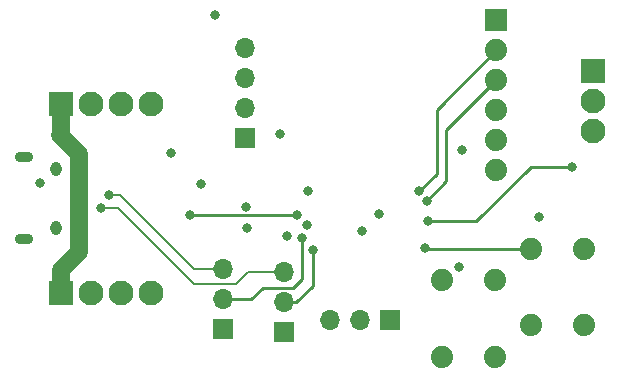
<source format=gbr>
%TF.GenerationSoftware,KiCad,Pcbnew,6.0.11-2627ca5db0~126~ubuntu22.04.1*%
%TF.CreationDate,2023-03-06T03:58:19-05:00*%
%TF.ProjectId,canbus-ds1820,63616e62-7573-42d6-9473-313832302e6b,1.0*%
%TF.SameCoordinates,Original*%
%TF.FileFunction,Copper,L2,Inr*%
%TF.FilePolarity,Positive*%
%FSLAX46Y46*%
G04 Gerber Fmt 4.6, Leading zero omitted, Abs format (unit mm)*
G04 Created by KiCad (PCBNEW 6.0.11-2627ca5db0~126~ubuntu22.04.1) date 2023-03-06 03:58:19*
%MOMM*%
%LPD*%
G01*
G04 APERTURE LIST*
%TA.AperFunction,ComponentPad*%
%ADD10C,1.879600*%
%TD*%
%TA.AperFunction,ComponentPad*%
%ADD11R,1.700000X1.700000*%
%TD*%
%TA.AperFunction,ComponentPad*%
%ADD12O,1.700000X1.700000*%
%TD*%
%TA.AperFunction,ComponentPad*%
%ADD13R,2.100000X2.100000*%
%TD*%
%TA.AperFunction,ComponentPad*%
%ADD14C,2.100000*%
%TD*%
%TA.AperFunction,ComponentPad*%
%ADD15R,1.879600X1.879600*%
%TD*%
%TA.AperFunction,ComponentPad*%
%ADD16O,0.950000X1.250000*%
%TD*%
%TA.AperFunction,ComponentPad*%
%ADD17O,1.550000X0.890000*%
%TD*%
%TA.AperFunction,ViaPad*%
%ADD18C,0.800000*%
%TD*%
%TA.AperFunction,Conductor*%
%ADD19C,0.250000*%
%TD*%
%TA.AperFunction,Conductor*%
%ADD20C,1.500000*%
%TD*%
%TA.AperFunction,Conductor*%
%ADD21C,0.200000*%
%TD*%
G04 APERTURE END LIST*
D10*
%TO.N,GND*%
%TO.C,S2*%
X103960600Y-90323800D03*
%TO.N,unconnected-(S2-Pad2)*%
X103960600Y-96826200D03*
%TO.N,~{RESET}*%
X99439400Y-90323800D03*
%TO.N,unconnected-(S2-Pad4)*%
X99439400Y-96826200D03*
%TD*%
D11*
%TO.N,CAN_RX*%
%TO.C,JP1*%
X73400000Y-97140000D03*
D12*
%TO.N,Net-(JP1-Pad2)*%
X73400000Y-94600000D03*
%TO.N,USB_D-*%
X73400000Y-92060000D03*
%TD*%
D13*
%TO.N,+BATT*%
%TO.C,J6*%
X59625000Y-94100000D03*
D14*
%TO.N,CANH*%
X62165000Y-94100000D03*
%TO.N,CANL*%
X64705000Y-94100000D03*
%TO.N,GND*%
X67245000Y-94100000D03*
%TD*%
D13*
%TO.N,+3V3*%
%TO.C,J4*%
X104675000Y-75285000D03*
D14*
%TO.N,DQ*%
X104675000Y-77825000D03*
%TO.N,GND*%
X104675000Y-80365000D03*
%TD*%
D11*
%TO.N,SWDIO*%
%TO.C,J2*%
X87490000Y-96350000D03*
D12*
%TO.N,GND*%
X84950000Y-96350000D03*
%TO.N,SWDCLK*%
X82410000Y-96350000D03*
%TD*%
D10*
%TO.N,+3V3*%
%TO.C,S1*%
X96435600Y-92998800D03*
%TO.N,unconnected-(S1-Pad2)*%
X96435600Y-99501200D03*
%TO.N,Net-(R1-Pad1)*%
X91914400Y-92998800D03*
%TO.N,unconnected-(S1-Pad4)*%
X91914400Y-99501200D03*
%TD*%
D15*
%TO.N,unconnected-(J3-Pad1)*%
%TO.C,J3*%
X96500000Y-70990000D03*
D10*
%TO.N,RXD2*%
X96500000Y-73530000D03*
%TO.N,TXD2*%
X96500000Y-76070000D03*
%TO.N,Net-(J3-Pad4)*%
X96500000Y-78610000D03*
%TO.N,unconnected-(J3-Pad5)*%
X96500000Y-81150000D03*
%TO.N,GND*%
X96500000Y-83690000D03*
%TD*%
D13*
%TO.N,+BATT*%
%TO.C,J5*%
X59660000Y-78075000D03*
D14*
%TO.N,CANH*%
X62200000Y-78075000D03*
%TO.N,CANL*%
X64740000Y-78075000D03*
%TO.N,GND*%
X67280000Y-78075000D03*
%TD*%
D11*
%TO.N,+5V*%
%TO.C,U3*%
X75247300Y-81002600D03*
D12*
%TO.N,GND*%
X75247300Y-78462600D03*
%TO.N,+12V*%
X75247300Y-75922600D03*
%TO.N,unconnected-(U3-Pad4)*%
X75247300Y-73382600D03*
%TD*%
D16*
%TO.N,GND*%
%TO.C,J1*%
X59210000Y-83550000D03*
D17*
X56510000Y-82550000D03*
X56510000Y-89550000D03*
D16*
X59210000Y-88550000D03*
%TD*%
D11*
%TO.N,CAN_TX*%
%TO.C,JP2*%
X78525000Y-97425000D03*
D12*
%TO.N,Net-(JP2-Pad2)*%
X78525000Y-94885000D03*
%TO.N,USB_D+*%
X78525000Y-92345000D03*
%TD*%
D18*
%TO.N,DQ*%
X102875000Y-83455000D03*
%TO.N,PCTLZ*%
X100100000Y-87670000D03*
X86580000Y-87430000D03*
%TO.N,DQ*%
X90700000Y-87990000D03*
%TO.N,GND*%
X80450000Y-88350000D03*
X72725000Y-70575000D03*
X93350000Y-91850000D03*
X80600000Y-85425000D03*
X75300000Y-86775000D03*
%TO.N,+3V3*%
X78150000Y-80600000D03*
X85100000Y-88800000D03*
X93575000Y-81950000D03*
X78750000Y-89250000D03*
X68975000Y-82275000D03*
%TO.N,VBUS*%
X57884502Y-84775000D03*
%TO.N,USB_D-*%
X63750000Y-85825000D03*
%TO.N,USB_D+*%
X63050000Y-86875000D03*
%TO.N,CAN_RX*%
X71525000Y-84850000D03*
%TO.N,Net-(JP1-Pad2)*%
X80025000Y-89475000D03*
%TO.N,CAN_TX*%
X75400000Y-88550000D03*
%TO.N,Net-(JP2-Pad2)*%
X80950000Y-90450000D03*
%TO.N,CAN_STBY*%
X70550000Y-87450000D03*
X79650000Y-87500000D03*
%TO.N,TXD2*%
X90600000Y-86275000D03*
%TO.N,RXD2*%
X89990592Y-85482770D03*
%TO.N,~{RESET}*%
X90475000Y-90300000D03*
%TD*%
D19*
%TO.N,DQ*%
X94820000Y-87990000D02*
X99410000Y-83400000D01*
X90700000Y-87990000D02*
X94820000Y-87990000D01*
X99410000Y-83400000D02*
X102820000Y-83400000D01*
X102820000Y-83400000D02*
X102875000Y-83455000D01*
D20*
%TO.N,+BATT*%
X59660000Y-80615000D02*
X59660000Y-78075000D01*
X61175000Y-90600000D02*
X61175000Y-82300000D01*
X61175000Y-82300000D02*
X59575000Y-80700000D01*
X59625000Y-92150000D02*
X61175000Y-90600000D01*
X59625000Y-94100000D02*
X59625000Y-92150000D01*
D19*
X59575000Y-80700000D02*
X59660000Y-80615000D01*
D21*
%TO.N,USB_D-*%
X63750000Y-85825000D02*
X64675000Y-85825000D01*
X70925000Y-92075000D02*
X70940000Y-92060000D01*
X64675000Y-85825000D02*
X70925000Y-92075000D01*
X70940000Y-92060000D02*
X73400000Y-92060000D01*
%TO.N,USB_D+*%
X75505000Y-92345000D02*
X78525000Y-92345000D01*
X63050000Y-86875000D02*
X64450000Y-86875000D01*
X64450000Y-86875000D02*
X70925000Y-93350000D01*
X70925000Y-93350000D02*
X74500000Y-93350000D01*
X74500000Y-93350000D02*
X75505000Y-92345000D01*
D19*
%TO.N,Net-(JP1-Pad2)*%
X80025000Y-89475000D02*
X80025000Y-92875000D01*
X79275000Y-93625000D02*
X76750000Y-93625000D01*
X80025000Y-92875000D02*
X79275000Y-93625000D01*
X75775000Y-94600000D02*
X73400000Y-94600000D01*
X76750000Y-93625000D02*
X75775000Y-94600000D01*
%TO.N,Net-(JP2-Pad2)*%
X79540000Y-94885000D02*
X80950000Y-93475000D01*
X80950000Y-93475000D02*
X80950000Y-90450000D01*
X78525000Y-94885000D02*
X79540000Y-94885000D01*
%TO.N,CAN_STBY*%
X70600000Y-87500000D02*
X70550000Y-87450000D01*
X79650000Y-87500000D02*
X70600000Y-87500000D01*
%TO.N,TXD2*%
X92275000Y-80295000D02*
X96500000Y-76070000D01*
X92275000Y-84600000D02*
X92275000Y-80295000D01*
X90600000Y-86275000D02*
X92275000Y-84600000D01*
%TO.N,RXD2*%
X89990592Y-85482770D02*
X91475000Y-83998362D01*
X91475000Y-78555000D02*
X96500000Y-73530000D01*
X91475000Y-83998362D02*
X91475000Y-78555000D01*
%TO.N,~{RESET}*%
X90498800Y-90323800D02*
X99439400Y-90323800D01*
X90475000Y-90300000D02*
X90498800Y-90323800D01*
%TD*%
M02*

</source>
